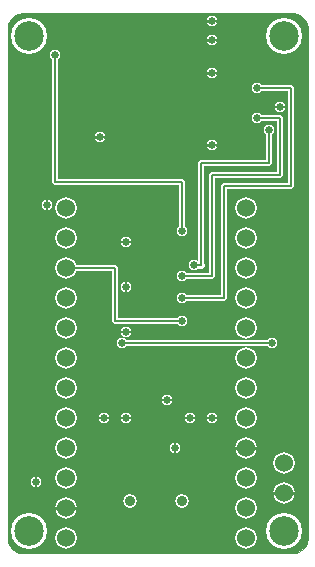
<source format=gbl>
%FSTAX24Y24*%
%MOIN*%
%IN LAYER2.GBR *%
%ADD10C,0.0010*%
%ADD11C,0.0030*%
%ADD12C,0.0070*%
%ADD13C,0.0080*%
%ADD14C,0.0100*%
%ADD15C,0.0210*%
%ADD16C,0.0240*%
%ADD17C,0.0250*%
%ADD18C,0.0350*%
%ADD19C,0.0370*%
%ADD20C,0.0470*%
%ADD21C,0.0600*%
%ADD22C,0.0720*%
%ADD23C,0.0984*%
%ADD24C,0.1204*%
D10*X00005Y009D02*G01Y0005D01*X000067Y000371D01*X000117Y00025D01*
X000196Y000146D01*X0003Y000067D01*X000421Y000017D01*X00055Y0D01*
X00955D01*X009679Y000017D01*X0098Y000067D01*X009904Y000146D01*
X009983Y00025D01*X010033Y000371D01*X01005Y0005D01*Y0175D01*
X010033Y017629D01*X009983Y01775D01*X009904Y017854D01*X0098Y017933D01*
X009679Y017983D01*X00955Y018D01*X00055D01*X000421Y017983D01*
X0003Y017933D01*X000196Y017854D01*X000117Y01775D01*X000067Y017629D01*
X00005Y0175D01*Y009D01*G36*G01Y0005D01*X000067Y000371D01*
X000117Y00025D01*X000196Y000146D01*X0003Y000067D01*X000421Y000017D01*
X00055Y0D01*X00955D01*X009679Y000017D01*X0098Y000067D01*
X009904Y000146D01*X009983Y00025D01*X010033Y000371D01*X01005Y0005D01*
Y0175D01*X010033Y017629D01*X009983Y01775D01*X009904Y017854D01*
X0098Y017933D01*X009679Y017983D01*X00955Y018D01*X00055D01*
X000421Y017983D01*X0003Y017933D01*X000196Y017854D01*X000117Y01775D01*
X000067Y017629D01*X00005Y0175D01*Y009D01*G37*
%LPC*%
D20*X005875Y00175D03*X004143D03*D19*X001375Y011625D03*X001Y002375D03*
X006875Y016D03*X005375Y005125D03*D22*X00925Y003D03*D19*
X005875Y01075D03*X004Y010375D03*D22*X008Y0075D03*Y0085D03*Y0095D03*
Y0115D03*Y0105D03*X002Y0075D03*Y0085D03*Y0095D03*X008Y0025D03*
X002Y0065D03*D19*X004Y008875D03*Y007375D03*D24*X00925Y01725D03*
Y00075D03*X00075Y01725D03*Y00075D03*D22*X008Y0005D03*Y0015D03*Y0035D03*
Y0045D03*Y0055D03*X002Y0015D03*Y0025D03*Y0035D03*Y0045D03*Y0005D03*
X008Y0065D03*D19*X006875Y0045D03*D22*X002Y0055D03*Y0115D03*Y0105D03*
D19*X005875Y00775D03*Y00925D03*Y0085D03*D22*X00925Y002D03*D19*
X008875Y007D03*X00325Y0045D03*X003875Y007D03*X004Y0045D03*X006125D03*
X001625Y016625D03*X008375Y0145D03*X00625Y009625D03*X003125Y013875D03*
X008375Y0155D03*X006875Y01775D03*Y013625D03*X00875Y014125D03*
X006875Y017125D03*X005625Y0035D03*X009125Y014875D03*D15*
X005875Y01075D02*G01Y012375D01*X001625D01*Y0165D01*X005875Y00775D02*
X003625D01*Y0095D01*X002D01*X005875Y00925D02*X006875D01*Y012625D01*
X009125D01*Y0145D01*X008375D01*X005875Y0085D02*X00725D01*Y01225D01*
X0095D01*Y0155D01*X008375D01*X008875Y007D02*X003875D01*D16*
X00625Y009625D02*X0065D01*D15*Y013D01*X00875D01*Y014125D01*
%LPD*%
D18*X005875Y00175D03*X004143D03*D17*X001375Y011625D03*D12*Y01175D02*
Y01181D01*Y0115D02*Y01144D01*D17*X001Y002375D03*D12*Y0025D02*Y00256D01*
Y00225D02*Y00219D01*D17*X006875Y016D03*D14*X00675D02*X00669D01*X007D02*
X00706D01*D17*X005375Y005125D03*D13*X00525D02*X00519D01*X0055D02*
X00556D01*D21*X00925Y003D03*D17*X005875Y01075D03*X004Y010375D03*D13*
X003875D02*X003815D01*X004125D02*X004185D01*D21*X008Y0075D03*Y0085D03*
Y0095D03*Y0115D03*Y0105D03*X002Y0075D03*Y0085D03*Y0095D03*X008Y0025D03*
X002Y0065D03*D17*X004Y008875D03*D13*Y009D02*Y00906D01*Y00875D02*
Y00869D01*D17*Y007375D03*D13*X003875D02*X003815D01*X004125D02*
X004185D01*D23*X00925Y01725D03*Y00075D03*X00075Y01725D03*Y00075D03*D21*
X008Y0005D03*Y0015D03*Y0035D03*D14*X0077D02*X00764D01*X0083D02*
X00836D01*D21*X008Y0045D03*Y0055D03*X002Y0015D03*D14*X0017D02*
X00164D01*X0023D02*X00236D01*D21*X002Y0025D03*Y0035D03*Y0045D03*
Y0005D03*X008Y0065D03*D17*X006875Y0045D03*D13*X00675D02*X00669D01*
X007D02*X00706D01*D21*X002Y0055D03*Y0115D03*Y0105D03*D17*
X005875Y00775D03*Y00925D03*Y0085D03*D21*X00925Y002D03*D14*X00895D02*
X00889D01*X00955D02*X00961D01*D17*X008875Y007D03*X00325Y0045D03*D13*
X003125D02*X003065D01*X003375D02*X003435D01*D17*X003875Y007D03*
X004Y0045D03*D13*X003875D02*X003815D01*X004125D02*X004185D01*D17*
X006125D03*D13*X006D02*X00594D01*X00625D02*X00631D01*D17*
X001625Y016625D03*X008375Y0145D03*X00625Y009625D03*X003125Y013875D03*
D14*X003D02*X00294D01*X00325D02*X00331D01*D17*X008375Y0155D03*
X006875Y01775D03*D14*X00675D02*X00669D01*X007D02*X00706D01*D17*
X006875Y013625D03*D14*X00675D02*X00669D01*X007D02*X00706D01*D17*
X00875Y014125D03*X006875Y017125D03*D14*X00675D02*X00669D01*X007D02*
X00706D01*D17*X005625Y0035D03*D12*Y003625D02*Y003685D01*Y003375D02*
Y003315D01*D17*X009125Y014875D03*D13*X009D02*X00894D01*X00925D02*
X00931D01*D12*X005875Y01075D02*Y012375D01*X001625D01*Y0165D01*
X005875Y00775D02*X003625D01*Y0095D01*X002D01*X005875Y00925D02*
X006875D01*Y012625D01*X009125D01*Y0145D01*X008375D01*X005875Y0085D02*
X00725D01*Y01225D01*X0095D01*Y0155D01*X008375D01*X008875Y007D02*
X003875D01*D13*X00625Y009625D02*X0065D01*D12*Y013D01*X00875D01*
Y014125D01*
M02*
</source>
